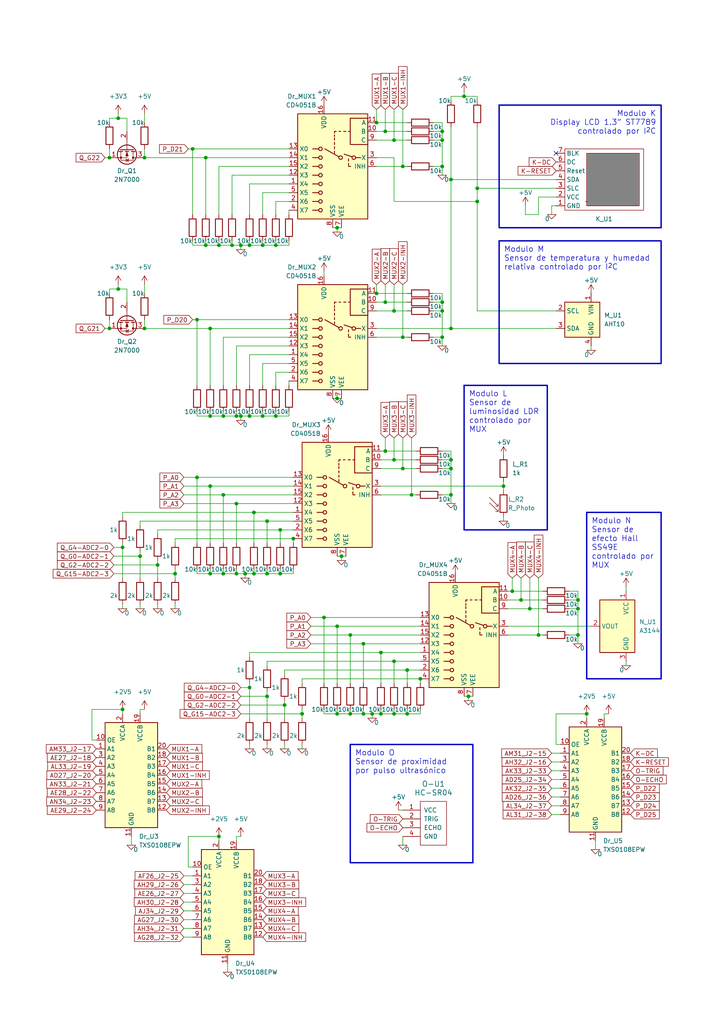
<source format=kicad_sch>
(kicad_sch (version 20230121) (generator eeschema)
  (paper "A4" portrait)
  (title_block (title "Maqueta de Laboratorio Remoto") (rev "2") (company "IIMAS UNAM") (comment 1 "Victor Manuel Lomas Barrie") (comment 2 "Abner Maya Vergara") (comment 3 "Autores:") (comment 4 "Circuito referido al diagrama de maqueta 2.0"))
  (junction (at 60.96 166.37))
  (junction (at 128.27 48.26))
  (junction (at 148.59 171.45))
  (junction (at 109.22 35.56))
  (junction (at 73.66 166.37))
  (junction (at 93.98 179.07))
  (junction (at 63.5 71.12))
  (junction (at 77.47 166.37))
  (junction (at 121.92 196.85))
  (junction (at 99.06 161.29))
  (junction (at 60.96 120.65))
  (junction (at 71.12 166.37))
  (junction (at 55.88 43.18))
  (junction (at 41.91 95.25))
  (junction (at 116.84 97.79))
  (junction (at 81.28 153.67))
  (junction (at 76.2 120.65))
  (junction (at 77.47 201.93))
  (junction (at 130.81 135.89))
  (junction (at 81.28 166.37))
  (junction (at 111.76 87.63))
  (junction (at 72.39 71.12))
  (junction (at 57.15 92.71))
  (junction (at 64.77 120.65))
  (junction (at 67.31 71.12))
  (junction (at 34.29 34.29))
  (junction (at 153.67 176.53))
  (junction (at 116.84 135.89))
  (junction (at 60.96 140.97))
  (junction (at 116.84 48.26))
  (junction (at 167.64 173.99))
  (junction (at 114.3 90.17))
  (junction (at 119.38 143.51))
  (junction (at 134.62 27.94))
  (junction (at 101.6 184.15))
  (junction (at 80.01 71.12))
  (junction (at 50.8 166.37))
  (junction (at 128.27 97.79))
  (junction (at 167.64 184.15))
  (junction (at 31.75 95.25))
  (junction (at 128.27 90.17))
  (junction (at 114.3 207.01))
  (junction (at 114.3 40.64))
  (junction (at 41.91 45.72))
  (junction (at 135.89 201.93))
  (junction (at 109.22 85.09))
  (junction (at 156.21 184.15))
  (junction (at 34.29 83.82))
  (junction (at 97.79 115.57))
  (junction (at 63.5 242.57))
  (junction (at 118.11 194.31))
  (junction (at 118.11 207.01))
  (junction (at 97.79 181.61))
  (junction (at 110.49 207.01))
  (junction (at 114.3 133.35))
  (junction (at 45.72 163.83))
  (junction (at 76.2 71.12))
  (junction (at 85.09 156.21))
  (junction (at 97.79 66.04))
  (junction (at 60.96 95.25))
  (junction (at 80.01 120.65))
  (junction (at 105.41 186.69))
  (junction (at 82.55 204.47))
  (junction (at 151.13 173.99))
  (junction (at 146.05 140.97))
  (junction (at 130.81 143.51))
  (junction (at 68.58 146.05))
  (junction (at 97.79 207.01))
  (junction (at 35.56 205.74))
  (junction (at 87.63 207.01))
  (junction (at 138.43 58.42))
  (junction (at 111.76 130.81))
  (junction (at 64.77 166.37))
  (junction (at 101.6 207.01))
  (junction (at 107.95 207.01))
  (junction (at 57.15 138.43))
  (junction (at 138.43 54.61))
  (junction (at 128.27 38.1))
  (junction (at 72.39 120.65))
  (junction (at 128.27 87.63))
  (junction (at 77.47 151.13))
  (junction (at 59.69 45.72))
  (junction (at 59.69 71.12))
  (junction (at 40.64 161.29))
  (junction (at 105.41 207.01))
  (junction (at 64.77 143.51))
  (junction (at 167.64 176.53))
  (junction (at 114.3 191.77))
  (junction (at 68.58 166.37))
  (junction (at 130.81 95.25))
  (junction (at 111.76 38.1))
  (junction (at 73.66 148.59))
  (junction (at 72.39 199.39))
  (junction (at 68.58 120.65))
  (junction (at 69.85 71.12))
  (junction (at 130.81 52.07))
  (junction (at 170.18 207.01))
  (junction (at 110.49 189.23))
  (junction (at 130.81 133.35))
  (junction (at 69.85 120.65))
  (junction (at 128.27 40.64))
  (junction (at 31.75 45.72))
  (junction (at 35.56 158.75))
  (no_connect (at 161.29 44.45))
  (wire (pts (xy 110.49 133.35) (xy 114.3 133.35)))
  (wire (pts (xy 105.41 207.01) (xy 107.95 207.01)))
  (wire (pts (xy 160.02 233.68) (xy 162.56 233.68)))
  (wire (pts (xy 116.84 31.75) (xy 116.84 48.26)))
  (wire (pts (xy 41.91 82.55) (xy 41.91 85.09)))
  (wire (pts (xy 72.39 102.87) (xy 72.39 111.76)))
  (wire (pts (xy 97.79 161.29) (xy 99.06 161.29)))
  (wire (pts (xy 121.92 194.31) (xy 118.11 194.31)))
  (wire (pts (xy 76.2 120.65) (xy 80.01 120.65)))
  (wire (pts (xy 81.28 166.37) (xy 85.09 166.37)))
  (wire (pts (xy 69.85 120.65) (xy 72.39 120.65)))
  (wire (pts (xy 114.3 58.42) (xy 138.43 58.42)))
  (wire (pts (xy 138.43 27.94) (xy 138.43 29.21)))
  (wire (pts (xy 63.5 48.26) (xy 83.82 48.26)))
  (wire (pts (xy 45.72 163.83) (xy 45.72 162.56)))
  (wire (pts (xy 97.79 66.04) (xy 97.79 67.31)))
  (wire (pts (xy 41.91 92.71) (xy 41.91 95.25)))
  (wire (pts (xy 31.75 85.09) (xy 31.75 83.82)))
  (wire (pts (xy 83.82 102.87) (xy 72.39 102.87)))
  (wire (pts (xy 147.32 176.53) (xy 153.67 176.53)))
  (wire (pts (xy 114.3 90.17) (xy 118.11 90.17)))
  (wire (pts (xy 33.02 163.83) (xy 45.72 163.83)))
  (wire (pts (xy 83.82 62.23) (xy 83.82 60.96)))
  (wire (pts (xy 128.27 90.17) (xy 128.27 87.63)))
  (wire (pts (xy 67.31 50.8) (xy 67.31 62.23)))
  (wire (pts (xy 53.34 256.54) (xy 55.88 256.54)))
  (wire (pts (xy 167.64 184.15) (xy 167.64 176.53)))
  (wire (pts (xy 30.48 95.25) (xy 31.75 95.25)))
  (wire (pts (xy 45.72 167.64) (xy 45.72 163.83)))
  (wire (pts (xy 31.75 35.56) (xy 31.75 34.29)))
  (wire (pts (xy 64.77 120.65) (xy 68.58 120.65)))
  (wire (pts (xy 128.27 97.79) (xy 128.27 100.33)))
  (wire (pts (xy 31.75 34.29) (xy 34.29 34.29)))
  (wire (pts (xy 40.64 161.29) (xy 40.64 160.02)))
  (wire (pts (xy 68.58 146.05) (xy 68.58 157.48)))
  (wire (pts (xy 107.95 207.01) (xy 107.95 208.28)))
  (wire (pts (xy 27.94 214.63) (xy 26.67 214.63)))
  (wire (pts (xy 111.76 130.81) (xy 120.65 130.81)))
  (wire (pts (xy 54.61 43.18) (xy 55.88 43.18)))
  (wire (pts (xy 53.34 264.16) (xy 55.88 264.16)))
  (wire (pts (xy 72.39 119.38) (xy 72.39 120.65)))
  (wire (pts (xy 72.39 208.28) (xy 72.39 199.39)))
  (wire (pts (xy 40.64 175.26) (xy 40.64 176.53)))
  (wire (pts (xy 114.3 205.74) (xy 114.3 207.01)))
  (wire (pts (xy 156.21 62.23) (xy 156.21 57.15)))
  (wire (pts (xy 83.82 105.41) (xy 76.2 105.41)))
  (wire (pts (xy 72.39 71.12) (xy 76.2 71.12)))
  (wire (pts (xy 40.64 151.13) (xy 40.64 152.4)))
  (wire (pts (xy 105.41 186.69) (xy 105.41 198.12)))
  (wire (pts (xy 167.64 176.53) (xy 167.64 173.99)))
  (wire (pts (xy 69.85 71.12) (xy 72.39 71.12)))
  (wire (pts (xy 101.6 207.01) (xy 105.41 207.01)))
  (wire (pts (xy 125.73 97.79) (xy 128.27 97.79)))
  (wire (pts (xy 111.76 127) (xy 111.76 130.81)))
  (wire (pts (xy 181.61 191.77) (xy 181.61 193.04)))
  (wire (pts (xy 57.15 166.37) (xy 60.96 166.37)))
  (wire (pts (xy 138.43 36.83) (xy 138.43 54.61)))
  (wire (pts (xy 114.3 82.55) (xy 114.3 90.17)))
  (wire (pts (xy 110.49 140.97) (xy 146.05 140.97)))
  (wire (pts (xy 128.27 48.26) (xy 128.27 40.64)))
  (wire (pts (xy 60.96 119.38) (xy 60.96 120.65)))
  (wire (pts (xy 76.2 69.85) (xy 76.2 71.12)))
  (wire (pts (xy 30.48 45.72) (xy 31.75 45.72)))
  (wire (pts (xy 111.76 87.63) (xy 118.11 87.63)))
  (wire (pts (xy 96.52 66.04) (xy 97.79 66.04)))
  (wire (pts (xy 71.12 166.37) (xy 73.66 166.37)))
  (wire (pts (xy 69.85 201.93) (xy 77.47 201.93)))
  (wire (pts (xy 105.41 205.74) (xy 105.41 207.01)))
  (wire (pts (xy 114.3 207.01) (xy 118.11 207.01)))
  (wire (pts (xy 83.82 58.42) (xy 80.01 58.42)))
  (wire (pts (xy 80.01 71.12) (xy 83.82 71.12)))
  (wire (pts (xy 35.56 205.74) (xy 35.56 207.01)))
  (wire (pts (xy 60.96 120.65) (xy 64.77 120.65)))
  (wire (pts (xy 135.89 201.93) (xy 137.16 201.93)))
  (wire (pts (xy 160.02 218.44) (xy 162.56 218.44)))
  (wire (pts (xy 50.8 176.53) (xy 50.8 175.26)))
  (wire (pts (xy 60.96 166.37) (xy 64.77 166.37)))
  (wire (pts (xy 60.96 95.25) (xy 83.82 95.25)))
  (wire (pts (xy 151.13 173.99) (xy 157.48 173.99)))
  (wire (pts (xy 97.79 205.74) (xy 97.79 207.01)))
  (wire (pts (xy 80.01 69.85) (xy 80.01 71.12)))
  (wire (pts (xy 57.15 119.38) (xy 57.15 120.65)))
  (wire (pts (xy 151.13 167.64) (xy 151.13 173.99)))
  (wire (pts (xy 171.45 100.33) (xy 171.45 101.6)))
  (wire (pts (xy 64.77 143.51) (xy 85.09 143.51)))
  (wire (pts (xy 147.32 171.45) (xy 148.59 171.45)))
  (wire (pts (xy 76.2 105.41) (xy 76.2 111.76)))
  (wire (pts (xy 99.06 161.29) (xy 99.06 162.56)))
  (wire (pts (xy 73.66 166.37) (xy 77.47 166.37)))
  (wire (pts (xy 109.22 97.79) (xy 116.84 97.79)))
  (wire (pts (xy 116.84 135.89) (xy 120.65 135.89)))
  (wire (pts (xy 134.62 26.67) (xy 134.62 27.94)))
  (wire (pts (xy 60.96 165.1) (xy 60.96 166.37)))
  (wire (pts (xy 119.38 127) (xy 119.38 143.51)))
  (wire (pts (xy 130.81 52.07) (xy 130.81 95.25)))
  (wire (pts (xy 109.22 82.55) (xy 109.22 85.09)))
  (wire (pts (xy 85.09 151.13) (xy 77.47 151.13)))
  (wire (pts (xy 130.81 27.94) (xy 134.62 27.94)))
  (wire (pts (xy 125.73 48.26) (xy 128.27 48.26)))
  (wire (pts (xy 107.95 207.01) (xy 110.49 207.01)))
  (wire (pts (xy 83.82 69.85) (xy 83.82 71.12)))
  (wire (pts (xy 31.75 92.71) (xy 31.75 95.25)))
  (wire (pts (xy 110.49 143.51) (xy 119.38 143.51)))
  (wire (pts (xy 146.05 149.86) (xy 146.05 151.13)))
  (wire (pts (xy 111.76 38.1) (xy 118.11 38.1)))
  (wire (pts (xy 60.96 140.97) (xy 60.96 157.48)))
  (wire (pts (xy 152.4 59.69) (xy 152.4 62.23)))
  (wire (pts (xy 57.15 165.1) (xy 57.15 166.37)))
  (wire (pts (xy 38.1 242.57) (xy 38.1 245.11)))
  (wire (pts (xy 130.81 143.51) (xy 130.81 135.89)))
  (wire (pts (xy 110.49 207.01) (xy 114.3 207.01)))
  (wire (pts (xy 130.81 95.25) (xy 161.29 95.25)))
  (wire (pts (xy 172.72 243.84) (xy 172.72 246.38)))
  (wire (pts (xy 77.47 165.1) (xy 77.47 166.37)))
  (wire (pts (xy 97.79 66.04) (xy 99.06 66.04)))
  (wire (pts (xy 53.34 269.24) (xy 55.88 269.24)))
  (wire (pts (xy 57.15 138.43) (xy 85.09 138.43)))
  (wire (pts (xy 153.67 167.64) (xy 153.67 176.53)))
  (wire (pts (xy 35.56 158.75) (xy 35.56 157.48)))
  (wire (pts (xy 59.69 69.85) (xy 59.69 71.12)))
  (wire (pts (xy 40.64 167.64) (xy 40.64 161.29)))
  (wire (pts (xy 81.28 165.1) (xy 81.28 166.37)))
  (wire (pts (xy 130.81 29.21) (xy 130.81 27.94)))
  (wire (pts (xy 82.55 204.47) (xy 82.55 203.2)))
  (wire (pts (xy 76.2 71.12) (xy 80.01 71.12)))
  (wire (pts (xy 55.88 43.18) (xy 83.82 43.18)))
  (wire (pts (xy 54.61 242.57) (xy 63.5 242.57)))
  (wire (pts (xy 118.11 205.74) (xy 118.11 207.01)))
  (wire (pts (xy 68.58 120.65) (xy 69.85 120.65)))
  (wire (pts (xy 160.02 226.06) (xy 162.56 226.06)))
  (wire (pts (xy 55.88 69.85) (xy 55.88 71.12)))
  (wire (pts (xy 77.47 208.28) (xy 77.47 201.93)))
  (wire (pts (xy 35.56 148.59) (xy 35.56 149.86)))
  (wire (pts (xy 35.56 167.64) (xy 35.56 158.75)))
  (wire (pts (xy 116.84 82.55) (xy 116.84 97.79)))
  (wire (pts (xy 161.29 207.01) (xy 170.18 207.01)))
  (wire (pts (xy 63.5 71.12) (xy 67.31 71.12)))
  (wire (pts (xy 125.73 85.09) (xy 128.27 85.09)))
  (wire (pts (xy 125.73 87.63) (xy 128.27 87.63)))
  (wire (pts (xy 77.47 191.77) (xy 114.3 191.77)))
  (wire (pts (xy 83.82 100.33) (xy 68.58 100.33)))
  (wire (pts (xy 40.64 205.74) (xy 41.91 205.74)))
  (wire (pts (xy 64.77 111.76) (xy 64.77 97.79)))
  (wire (pts (xy 165.1 176.53) (xy 167.64 176.53)))
  (wire (pts (xy 60.96 95.25) (xy 60.96 111.76)))
  (wire (pts (xy 57.15 120.65) (xy 60.96 120.65)))
  (wire (pts (xy 109.22 95.25) (xy 130.81 95.25)))
  (wire (pts (xy 160.02 220.98) (xy 162.56 220.98)))
  (wire (pts (xy 128.27 135.89) (xy 130.81 135.89)))
  (wire (pts (xy 116.84 242.57) (xy 116.84 245.11)))
  (wire (pts (xy 68.58 100.33) (xy 68.58 111.76)))
  (wire (pts (xy 34.29 82.55) (xy 34.29 83.82)))
  (wire (pts (xy 33.02 161.29) (xy 40.64 161.29)))
  (wire (pts (xy 175.26 207.01) (xy 176.53 207.01)))
  (wire (pts (xy 73.66 165.1) (xy 73.66 166.37)))
  (wire (pts (xy 72.39 189.23) (xy 110.49 189.23)))
  (wire (pts (xy 93.98 205.74) (xy 93.98 207.01)))
  (wire (pts (xy 97.79 181.61) (xy 97.79 198.12)))
  (wire (pts (xy 72.39 189.23) (xy 72.39 190.5)))
  (wire (pts (xy 125.73 90.17) (xy 128.27 90.17)))
  (wire (pts (xy 68.58 165.1) (xy 68.58 166.37)))
  (wire (pts (xy 69.85 199.39) (xy 72.39 199.39)))
  (wire (pts (xy 41.91 33.02) (xy 41.91 35.56)))
  (wire (pts (xy 121.92 189.23) (xy 110.49 189.23)))
  (wire (pts (xy 114.3 127) (xy 114.3 133.35)))
  (wire (pts (xy 160.02 59.69) (xy 160.02 62.23)))
  (wire (pts (xy 128.27 38.1) (xy 128.27 35.56)))
  (wire (pts (xy 59.69 71.12) (xy 63.5 71.12)))
  (wire (pts (xy 165.1 173.99) (xy 167.64 173.99)))
  (wire (pts (xy 45.72 153.67) (xy 45.72 154.94)))
  (wire (pts (xy 53.34 271.78) (xy 55.88 271.78)))
  (wire (pts (xy 116.84 234.95) (xy 115.57 234.95)))
  (wire (pts (xy 73.66 148.59) (xy 73.66 157.48)))
  (wire (pts (xy 147.32 184.15) (xy 156.21 184.15)))
  (wire (pts (xy 128.27 130.81) (xy 130.81 130.81)))
  (wire (pts (xy 83.82 55.88) (xy 76.2 55.88)))
  (wire (pts (xy 35.56 175.26) (xy 35.56 176.53)))
  (wire (pts (xy 40.64 205.74) (xy 40.64 207.01)))
  (wire (pts (xy 33.02 158.75) (xy 35.56 158.75)))
  (wire (pts (xy 87.63 217.17) (xy 87.63 215.9)))
  (wire (pts (xy 55.88 43.18) (xy 55.88 62.23)))
  (wire (pts (xy 64.77 165.1) (xy 64.77 166.37)))
  (wire (pts (xy 96.52 115.57) (xy 97.79 115.57)))
  (wire (pts (xy 31.75 83.82) (xy 34.29 83.82)))
  (wire (pts (xy 68.58 242.57) (xy 69.85 242.57)))
  (wire (pts (xy 138.43 54.61) (xy 138.43 58.42)))
  (wire (pts (xy 63.5 62.23) (xy 63.5 48.26)))
  (wire (pts (xy 156.21 57.15) (xy 161.29 57.15)))
  (wire (pts (xy 162.56 215.9) (xy 161.29 215.9)))
  (wire (pts (xy 82.55 194.31) (xy 118.11 194.31)))
  (wire (pts (xy 116.84 48.26) (xy 118.11 48.26)))
  (wire (pts (xy 114.3 191.77) (xy 114.3 198.12)))
  (wire (pts (xy 161.29 59.69) (xy 160.02 59.69)))
  (wire (pts (xy 109.22 31.75) (xy 109.22 35.56)))
  (wire (pts (xy 50.8 167.64) (xy 50.8 166.37)))
  (wire (pts (xy 53.34 266.7) (xy 55.88 266.7)))
  (wire (pts (xy 175.26 207.01) (xy 175.26 208.28)))
  (wire (pts (xy 83.82 107.95) (xy 80.01 107.95)))
  (wire (pts (xy 93.98 179.07) (xy 93.98 198.12)))
  (wire (pts (xy 125.73 38.1) (xy 128.27 38.1)))
  (wire (pts (xy 36.83 34.29) (xy 36.83 38.1)))
  (wire (pts (xy 83.82 111.76) (xy 83.82 110.49)))
  (wire (pts (xy 54.61 251.46) (xy 54.61 242.57)))
  (wire (pts (xy 68.58 119.38) (xy 68.58 120.65)))
  (wire (pts (xy 147.32 173.99) (xy 151.13 173.99)))
  (wire (pts (xy 109.22 35.56) (xy 118.11 35.56)))
  (wire (pts (xy 69.85 204.47) (xy 82.55 204.47)))
  (wire (pts (xy 64.77 166.37) (xy 68.58 166.37)))
  (wire (pts (xy 128.27 143.51) (xy 130.81 143.51)))
  (wire (pts (xy 72.39 120.65) (xy 76.2 120.65)))
  (wire (pts (xy 77.47 151.13) (xy 77.47 157.48)))
  (wire (pts (xy 87.63 196.85) (xy 121.92 196.85)))
  (wire (pts (xy 110.49 130.81) (xy 111.76 130.81)))
  (wire (pts (xy 152.4 62.23) (xy 156.21 62.23)))
  (wire (pts (xy 83.82 119.38) (xy 83.82 120.65)))
  (wire (pts (xy 110.49 189.23) (xy 110.49 198.12)))
  (wire (pts (xy 85.09 148.59) (xy 73.66 148.59)))
  (wire (pts (xy 72.39 215.9) (xy 72.39 217.17)))
  (wire (pts (xy 130.81 52.07) (xy 161.29 52.07)))
  (wire (pts (xy 93.98 207.01) (xy 97.79 207.01)))
  (wire (pts (xy 130.81 135.89) (xy 130.81 133.35)))
  (wire (pts (xy 83.82 92.71) (xy 57.15 92.71)))
  (wire (pts (xy 125.73 40.64) (xy 128.27 40.64)))
  (wire (pts (xy 109.22 48.26) (xy 116.84 48.26)))
  (wire (pts (xy 77.47 201.93) (xy 77.47 200.66)))
  (wire (pts (xy 34.29 83.82) (xy 36.83 83.82)))
  (wire (pts (xy 90.17 181.61) (xy 97.79 181.61)))
  (wire (pts (xy 121.92 191.77) (xy 114.3 191.77)))
  (wire (pts (xy 85.09 153.67) (xy 81.28 153.67)))
  (wire (pts (xy 138.43 54.61) (xy 161.29 54.61)))
  (wire (pts (xy 109.22 85.09) (xy 118.11 85.09)))
  (wire (pts (xy 101.6 198.12) (xy 101.6 184.15)))
  (wire (pts (xy 81.28 153.67) (xy 81.28 157.48)))
  (wire (pts (xy 68.58 166.37) (xy 71.12 166.37)))
  (wire (pts (xy 41.91 43.18) (xy 41.91 45.72)))
  (wire (pts (xy 55.88 251.46) (xy 54.61 251.46)))
  (wire (pts (xy 90.17 186.69) (xy 105.41 186.69)))
  (wire (pts (xy 55.88 92.71) (xy 57.15 92.71)))
  (wire (pts (xy 45.72 153.67) (xy 81.28 153.67)))
  (wire (pts (xy 80.01 119.38) (xy 80.01 120.65)))
  (wire (pts (xy 87.63 196.85) (xy 87.63 198.12)))
  (wire (pts (xy 160.02 228.6) (xy 162.56 228.6)))
  (wire (pts (xy 53.34 143.51) (xy 64.77 143.51)))
  (wire (pts (xy 77.47 166.37) (xy 81.28 166.37)))
  (wire (pts (xy 167.64 173.99) (xy 167.64 171.45)))
  (wire (pts (xy 87.63 208.28) (xy 87.63 207.01)))
  (wire (pts (xy 146.05 139.7) (xy 146.05 140.97)))
  (wire (pts (xy 128.27 133.35) (xy 130.81 133.35)))
  (wire (pts (xy 26.67 205.74) (xy 35.56 205.74)))
  (wire (pts (xy 76.2 55.88) (xy 76.2 62.23)))
  (wire (pts (xy 114.3 45.72) (xy 114.3 58.42)))
  (wire (pts (xy 53.34 140.97) (xy 60.96 140.97)))
  (wire (pts (xy 80.01 107.95) (xy 80.01 111.76)))
  (wire (pts (xy 69.85 120.65) (xy 69.85 121.92)))
  (wire (pts (xy 105.41 186.69) (xy 121.92 186.69)))
  (wire (pts (xy 50.8 156.21) (xy 50.8 157.48)))
  (wire (pts (xy 156.21 184.15) (xy 157.48 184.15)))
  (wire (pts (xy 111.76 82.55) (xy 111.76 87.63)))
  (wire (pts (xy 53.34 261.62) (xy 55.88 261.62)))
  (wire (pts (xy 41.91 45.72) (xy 59.69 45.72)))
  (wire (pts (xy 121.92 205.74) (xy 121.92 207.01)))
  (wire (pts (xy 116.84 127) (xy 116.84 135.89)))
  (wire (pts (xy 69.85 207.01) (xy 87.63 207.01)))
  (wire (pts (xy 110.49 135.89) (xy 116.84 135.89)))
  (wire (pts (xy 128.27 48.26) (xy 128.27 50.8)))
  (wire (pts (xy 53.34 259.08) (xy 55.88 259.08)))
  (wire (pts (xy 134.62 201.93) (xy 135.89 201.93)))
  (wire (pts (xy 72.39 69.85) (xy 72.39 71.12)))
  (wire (pts (xy 90.17 179.07) (xy 93.98 179.07)))
  (wire (pts (xy 109.22 87.63) (xy 111.76 87.63)))
  (wire (pts (xy 97.79 115.57) (xy 97.79 114.3)))
  (wire (pts (xy 40.64 151.13) (xy 77.47 151.13)))
  (wire (pts (xy 97.79 181.61) (xy 121.92 181.61)))
  (wire (pts (xy 53.34 146.05) (xy 68.58 146.05)))
  (wire (pts (xy 64.77 119.38) (xy 64.77 120.65)))
  (wire (pts (xy 82.55 215.9) (xy 82.55 217.17)))
  (wire (pts (xy 170.18 207.01) (xy 170.18 208.28)))
  (wire (pts (xy 64.77 97.79) (xy 83.82 97.79)))
  (wire (pts (xy 109.22 38.1) (xy 111.76 38.1)))
  (wire (pts (xy 167.64 184.15) (xy 167.64 186.69)))
  (wire (pts (xy 109.22 90.17) (xy 114.3 90.17)))
  (wire (pts (xy 34.29 34.29) (xy 36.83 34.29)))
  (wire (pts (xy 101.6 184.15) (xy 121.92 184.15)))
  (wire (pts (xy 67.31 69.85) (xy 67.31 71.12)))
  (wire (pts (xy 71.12 166.37) (xy 71.12 167.64)))
  (wire (pts (xy 128.27 87.63) (xy 128.27 85.09)))
  (wire (pts (xy 161.29 215.9) (xy 161.29 207.01)))
  (wire (pts (xy 147.32 181.61) (xy 171.45 181.61)))
  (wire (pts (xy 121.92 198.12) (xy 121.92 196.85)))
  (wire (pts (xy 80.01 120.65) (xy 83.82 120.65)))
  (wire (pts (xy 135.89 201.93) (xy 135.89 203.2)))
  (wire (pts (xy 116.84 97.79) (xy 118.11 97.79)))
  (wire (pts (xy 82.55 208.28) (xy 82.55 204.47)))
  (wire (pts (xy 55.88 71.12) (xy 59.69 71.12)))
  (wire (pts (xy 109.22 40.64) (xy 114.3 40.64)))
  (wire (pts (xy 114.3 133.35) (xy 120.65 133.35)))
  (wire (pts (xy 82.55 194.31) (xy 82.55 195.58)))
  (wire (pts (xy 87.63 207.01) (xy 87.63 205.74)))
  (wire (pts (xy 153.67 176.53) (xy 157.48 176.53)))
  (wire (pts (xy 160.02 231.14) (xy 162.56 231.14)))
  (wire (pts (xy 128.27 97.79) (xy 128.27 90.17)))
  (wire (pts (xy 93.98 179.07) (xy 121.92 179.07)))
  (wire (pts (xy 60.96 140.97) (xy 85.09 140.97)))
  (wire (pts (xy 67.31 71.12) (xy 69.85 71.12)))
  (wire (pts (xy 63.5 242.57) (xy 63.5 243.84)))
  (wire (pts (xy 50.8 166.37) (xy 50.8 165.1)))
  (wire (pts (xy 130.81 36.83) (xy 130.81 52.07)))
  (wire (pts (xy 109.22 45.72) (xy 114.3 45.72)))
  (wire (pts (xy 97.79 207.01) (xy 101.6 207.01)))
  (wire (pts (xy 76.2 119.38) (xy 76.2 120.65)))
  (wire (pts (xy 45.72 175.26) (xy 45.72 176.53)))
  (wire (pts (xy 33.02 166.37) (xy 50.8 166.37)))
  (wire (pts (xy 59.69 45.72) (xy 59.69 62.23)))
  (wire (pts (xy 128.27 40.64) (xy 128.27 38.1)))
  (wire (pts (xy 165.1 184.15) (xy 167.64 184.15)))
  (wire (pts (xy 64.77 157.48) (xy 64.77 143.51)))
  (wire (pts (xy 72.39 53.34) (xy 72.39 62.23)))
  (wire (pts (xy 63.5 69.85) (xy 63.5 71.12)))
  (wire (pts (xy 146.05 140.97) (xy 146.05 142.24)))
  (wire (pts (xy 34.29 33.02) (xy 34.29 34.29)))
  (wire (pts (xy 130.81 133.35) (xy 130.81 130.81)))
  (wire (pts (xy 53.34 254) (xy 55.88 254)))
  (wire (pts (xy 160.02 223.52) (xy 162.56 223.52)))
  (wire (pts (xy 59.69 45.72) (xy 83.82 45.72)))
  (wire (pts (xy 134.62 27.94) (xy 138.43 27.94)))
  (wire (pts (xy 148.59 171.45) (xy 157.48 171.45)))
  (wire (pts (xy 93.98 80.01) (xy 93.98 78.74)))
  (wire (pts (xy 83.82 50.8) (xy 67.31 50.8)))
  (wire (pts (xy 114.3 31.75) (xy 114.3 40.64)))
  (wire (pts (xy 31.75 43.18) (xy 31.75 45.72)))
  (wire (pts (xy 72.39 199.39) (xy 72.39 198.12)))
  (wire (pts (xy 110.49 205.74) (xy 110.49 207.01)))
  (wire (pts (xy 138.43 58.42) (xy 138.43 90.17)))
  (wire (pts (xy 148.59 167.64) (xy 148.59 171.45)))
  (wire (pts (xy 77.47 215.9) (xy 77.47 217.17)))
  (wire (pts (xy 97.79 115.57) (xy 99.06 115.57)))
  (wire (pts (xy 156.21 167.64) (xy 156.21 184.15)))
  (wire (pts (xy 114.3 40.64) (xy 118.11 40.64)))
  (wire (pts (xy 119.38 143.51) (xy 120.65 143.51)))
  (wire (pts (xy 69.85 71.12) (xy 69.85 72.39)))
  (wire (pts (xy 68.58 242.57) (xy 68.58 243.84)))
  (wire (pts (xy 50.8 156.21) (xy 85.09 156.21)))
  (wire (pts (xy 101.6 205.74) (xy 101.6 207.01)))
  (wire (pts (xy 125.73 35.56) (xy 128.27 35.56)))
  (wire (pts (xy 66.04 279.4) (xy 66.04 281.94)))
  (wire (pts (xy 57.15 138.43) (xy 57.15 157.48)))
  (wire (pts (xy 90.17 184.15) (xy 101.6 184.15)))
  (wire (pts (xy 118.11 194.31) (xy 118.11 198.12)))
  (wire (pts (xy 85.09 165.1) (xy 85.09 166.37)))
  (wire (pts (xy 41.91 95.25) (xy 60.96 95.25)))
  (wire (pts (xy 85.09 157.48) (xy 85.09 156.21)))
  (wire (pts (xy 36.83 83.82) (xy 36.83 87.63)))
  (wire (pts (xy 138.43 90.17) (xy 161.29 90.17)))
  (wire (pts (xy 83.82 53.34) (xy 72.39 53.34)))
  (wire (pts (xy 165.1 171.45) (xy 167.64 171.45)))
  (wire (pts (xy 80.01 58.42) (xy 80.01 62.23)))
  (wire (pts (xy 181.61 170.18) (xy 181.61 171.45)))
  (wire (pts (xy 118.11 207.01) (xy 121.92 207.01)))
  (wire (pts (xy 130.81 143.51) (xy 130.81 146.05)))
  (wire (pts (xy 26.67 214.63) (xy 26.67 205.74)))
  (wire (pts (xy 53.34 138.43) (xy 57.15 138.43)))
  (wire (pts (xy 57.15 92.71) (xy 57.15 111.76)))
  (wire (pts (xy 77.47 191.77) (xy 77.47 193.04)))
  (wire (pts (xy 99.06 161.29) (xy 100.33 161.29)))
  (wire (pts (xy 35.56 148.59) (xy 73.66 148.59)))
  (wire (pts (xy 111.76 31.75) (xy 111.76 38.1)))
  (wire (pts (xy 160.02 236.22) (xy 162.56 236.22)))
  (wire (pts (xy 68.58 146.05) (xy 85.09 146.05)))
  (text_box "Modulo L\nSensor de luminosidad LDR\ncontrolado por MUX" (at 134.62 111.76 0) (size 24.13 41.91) (stroke (width 0.4)) (effects (font (size 1.6 1.6)) (justify left top)))
  (text_box "Modulo M\nSensor de temperatura y humedad \nrelativa controlado por I^{2}C\n" (at 144.78 69.85 0) (size 46.99 35.56) (stroke (width 0.4)) (effects (font (size 1.6 1.6)) (justify left top)))
  (text_box "Modulo O\nSensor de proximidad \npor pulso ultrasónico\n" (at 101.6 215.9 0) (size 35.56 34.29) (stroke (width 0.4)) (effects (font (size 1.6 1.6)) (justify left top)))
  (text_box "Modulo N\nSensor de efecto Hall SS49E\ncontrolado por MUX" (at 170.18 148.59 0) (size 21.59 48.26) (stroke (width 0.4)) (effects (font (size 1.6 1.6)) (justify left top)))
  (text_box "Modulo K\nDisplay LCD 1.3″ ST7789 \ncontrolado por I^{2}C" (at 144.78 30.48 0) (size 46.99 35.56) (stroke (width 0.4)) (effects (font (size 1.6 1.6)) (justify right top)))
  (global_label "MUX2-INH" (shape input) (at 48.26 234.95 0) (property "Intersheetrefs" "${INTERSHEET_REFS}" (effects hide)))
  (global_label "MUX2-B" (shape input) (at 48.26 229.87 0) (property "Intersheetrefs" "${INTERSHEET_REFS}" (effects hide)))
  (global_label "P_A1" (shape input) (at 90.17 181.61 180) (property "Intersheetrefs" "${INTERSHEET_REFS}" (effects hide)))
  (global_label "AD26_J2-36" (shape input) (at 160.02 231.14 180) (property "Intersheetrefs" "${INTERSHEET_REFS}" (effects hide)))
  (global_label "P_A1" (shape input) (at 53.34 140.97 180) (property "Intersheetrefs" "${INTERSHEET_REFS}" (effects hide)))
  (global_label "MUX1-C" (shape input) (at 114.3 31.75 90) (property "Intersheetrefs" "${INTERSHEET_REFS}" (effects hide)))
  (global_label "O-ECHO" (shape input) (at 182.88 226.06 0) (property "Intersheetrefs" "${INTERSHEET_REFS}" (effects hide)))
  (global_label "AD25_J2-34" (shape input) (at 160.02 226.06 180) (property "Intersheetrefs" "${INTERSHEET_REFS}" (effects hide)))
  (global_label "Q_G2-ADC2-2" (shape input) (at 33.02 163.83 180) (property "Intersheetrefs" "${INTERSHEET_REFS}" (effects hide)))
  (global_label "O-TRIG" (shape input) (at 182.88 223.52 0) (property "Intersheetrefs" "${INTERSHEET_REFS}" (effects hide)))
  (global_label "AF26_J2-25" (shape input) (at 53.34 254 180) (property "Intersheetrefs" "${INTERSHEET_REFS}" (effects hide)))
  (global_label "MUX4-A" (shape input) (at 148.59 167.64 90) (property "Intersheetrefs" "${INTERSHEET_REFS}" (effects hide)))
  (global_label "MUX2-C" (shape input) (at 114.3 82.55 90) (property "Intersheetrefs" "${INTERSHEET_REFS}" (effects hide)))
  (global_label "AL33_J2-19" (shape input) (at 27.94 222.25 180) (property "Intersheetrefs" "${INTERSHEET_REFS}" (effects hide)))
  (global_label "Q_G0-ADC2-1" (shape input) (at 69.85 201.93 180) (property "Intersheetrefs" "${INTERSHEET_REFS}" (effects hide)))
  (global_label "MUX2-INH" (shape input) (at 116.84 82.55 90) (property "Intersheetrefs" "${INTERSHEET_REFS}" (effects hide)))
  (global_label "AE27_J2-18" (shape input) (at 27.94 219.71 180) (property "Intersheetrefs" "${INTERSHEET_REFS}" (effects hide)))
  (global_label "MUX1-A" (shape input) (at 109.22 31.75 90) (property "Intersheetrefs" "${INTERSHEET_REFS}" (effects hide)))
  (global_label "MUX1-A" (shape input) (at 48.26 217.17 0) (property "Intersheetrefs" "${INTERSHEET_REFS}" (effects hide)))
  (global_label "MUX2-A" (shape input) (at 48.26 227.33 0) (property "Intersheetrefs" "${INTERSHEET_REFS}" (effects hide)))
  (global_label "P_D20" (shape input) (at 55.88 92.71 180) (property "Intersheetrefs" "${INTERSHEET_REFS}" (effects hide)))
  (global_label "K-DC" (shape input) (at 161.29 46.99 180) (property "Intersheetrefs" "${INTERSHEET_REFS}" (effects hide)))
  (global_label "AH32_J2-16" (shape input) (at 160.02 220.98 180) (property "Intersheetrefs" "${INTERSHEET_REFS}" (effects hide)))
  (global_label "MUX4-C" (shape input) (at 153.67 167.64 90) (property "Intersheetrefs" "${INTERSHEET_REFS}" (effects hide)))
  (global_label "AM31_J2-15" (shape input) (at 160.02 218.44 180) (property "Intersheetrefs" "${INTERSHEET_REFS}" (effects hide)))
  (global_label "MUX3-INH" (shape input) (at 119.38 127 90) (property "Intersheetrefs" "${INTERSHEET_REFS}" (effects hide)))
  (global_label "MUX4-B" (shape input) (at 76.2 266.7 0) (property "Intersheetrefs" "${INTERSHEET_REFS}" (effects hide)))
  (global_label "Q_G15-ADC2-3" (shape input) (at 69.85 207.01 180) (property "Intersheetrefs" "${INTERSHEET_REFS}" (effects hide)))
  (global_label "AL31_J2-38" (shape input) (at 160.02 236.22 180) (property "Intersheetrefs" "${INTERSHEET_REFS}" (effects hide)))
  (global_label "P_A0" (shape input) (at 90.17 179.07 180) (property "Intersheetrefs" "${INTERSHEET_REFS}" (effects hide)))
  (global_label "P_A2" (shape input) (at 53.34 143.51 180) (property "Intersheetrefs" "${INTERSHEET_REFS}" (effects hide)))
  (global_label "MUX4-INH" (shape input) (at 76.2 271.78 0) (property "Intersheetrefs" "${INTERSHEET_REFS}" (effects hide)))
  (global_label "MUX2-A" (shape input) (at 109.22 82.55 90) (property "Intersheetrefs" "${INTERSHEET_REFS}" (effects hide)))
  (global_label "MUX3-C" (shape input) (at 76.2 259.08 0) (property "Intersheetrefs" "${INTERSHEET_REFS}" (effects hide)))
  (global_label "AE28_J2-22" (shape input) (at 27.94 229.87 180) (property "Intersheetrefs" "${INTERSHEET_REFS}" (effects hide)))
  (global_label "P_D21" (shape input) (at 54.61 43.18 180) (property "Intersheetrefs" "${INTERSHEET_REFS}" (effects hide)))
  (global_label "Q_G0-ADC2-1" (shape input) (at 33.02 161.29 180) (property "Intersheetrefs" "${INTERSHEET_REFS}" (effects hide)))
  (global_label "AN33_J2-21" (shape input) (at 27.94 227.33 180) (property "Intersheetrefs" "${INTERSHEET_REFS}" (effects hide)))
  (global_label "MUX4-B" (shape input) (at 151.13 167.64 90) (property "Intersheetrefs" "${INTERSHEET_REFS}" (effects hide)))
  (global_label "K-RESET" (shape input) (at 182.88 220.98 0) (property "Intersheetrefs" "${INTERSHEET_REFS}" (effects hide)))
  (global_label "P_D24" (shape input) (at 182.88 233.68 0) (property "Intersheetrefs" "${INTERSHEET_REFS}" (effects hide)))
  (global_label "MUX1-B" (shape input) (at 111.76 31.75 90) (property "Intersheetrefs" "${INTERSHEET_REFS}" (effects hide)))
  (global_label "AJ34_J2-29" (shape input) (at 53.34 264.16 180) (property "Intersheetrefs" "${INTERSHEET_REFS}" (effects hide)))
  (global_label "MUX4-INH" (shape input) (at 156.21 167.64 90) (property "Intersheetrefs" "${INTERSHEET_REFS}" (effects hide)))
  (global_label "Q_G15-ADC2-3" (shape input) (at 33.02 166.37 180) (property "Intersheetrefs" "${INTERSHEET_REFS}" (effects hide)))
  (global_label "AM33_J2-17" (shape input) (at 27.94 217.17 180) (property "Intersheetrefs" "${INTERSHEET_REFS}" (effects hide)))
  (global_label "AH29_J2-26" (shape input) (at 53.34 256.54 180) (property "Intersheetrefs" "${INTERSHEET_REFS}" (effects hide)))
  (global_label "Q_G4-ADC2-0" (shape input) (at 69.85 199.39 180) (property "Intersheetrefs" "${INTERSHEET_REFS}" (effects hide)))
  (global_label "MUX2-B" (shape input) (at 111.76 82.55 90) (property "Intersheetrefs" "${INTERSHEET_REFS}" (effects hide)))
  (global_label "AG28_J2-32" (shape input) (at 53.34 271.78 180) (property "Intersheetrefs" "${INTERSHEET_REFS}" (effects hide)))
  (global_label "MUX2-C" (shape input) (at 48.26 232.41 0) (property "Intersheetrefs" "${INTERSHEET_REFS}" (effects hide)))
  (global_label "P_D25" (shape input) (at 182.88 236.22 0) (property "Intersheetrefs" "${INTERSHEET_REFS}" (effects hide)))
  (global_label "O-TRIG" (shape input) (at 116.84 237.49 180) (property "Intersheetrefs" "${INTERSHEET_REFS}" (effects hide)))
  (global_label "MUX1-C" (shape input) (at 48.26 222.25 0) (property "Intersheetrefs" "${INTERSHEET_REFS}" (effects hide)))
  (global_label "MUX3-C" (shape input) (at 116.84 127 90) (property "Intersheetrefs" "${INTERSHEET_REFS}" (effects hide)))
  (global_label "MUX1-INH" (shape input) (at 48.26 224.79 0) (property "Intersheetrefs" "${INTERSHEET_REFS}" (effects hide)))
  (global_label "AK32_J2-35" (shape input) (at 160.02 228.6 180) (property "Intersheetrefs" "${INTERSHEET_REFS}" (effects hide)))
  (global_label "MUX1-B" (shape input) (at 48.26 219.71 0) (property "Intersheetrefs" "${INTERSHEET_REFS}" (effects hide)))
  (global_label "K-RESET" (shape input) (at 161.29 49.53 180) (property "Intersheetrefs" "${INTERSHEET_REFS}" (effects hide)))
  (global_label "AH34_J2-31" (shape input) (at 53.34 269.24 180) (property "Intersheetrefs" "${INTERSHEET_REFS}" (effects hide)))
  (global_label "AK33_J2-33" (shape input) (at 160.02 223.52 180) (property "Intersheetrefs" "${INTERSHEET_REFS}" (effects hide)))
  (global_label "MUX1-INH" (shape input) (at 116.84 31.75 90) (property "Intersheetrefs" "${INTERSHEET_REFS}" (effects hide)))
  (global_label "AE26_J2-27" (shape input) (at 53.34 259.08 180) (property "Intersheetrefs" "${INTERSHEET_REFS}" (effects hide)))
  (global_label "Q_G4-ADC2-0" (shape input) (at 33.02 158.75 180) (property "Intersheetrefs" "${INTERSHEET_REFS}" (effects hide)))
  (global_label "MUX4-C" (shape input) (at 76.2 269.24 0) (property "Intersheetrefs" "${INTERSHEET_REFS}" (effects hide)))
  (global_label "AE29_J2-24" (shape input) (at 27.94 234.95 180) (property "Intersheetrefs" "${INTERSHEET_REFS}" (effects hide)))
  (global_label "MUX3-B" (shape input) (at 114.3 127 90) (property "Intersheetrefs" "${INTERSHEET_REFS}" (effects hide)))
  (global_label "O-ECHO" (shape input) (at 116.84 240.03 180) (property "Intersheetrefs" "${INTERSHEET_REFS}" (effects hide)))
  (global_label "AN34_J2-23" (shape input) (at 27.94 232.41 180) (property "Intersheetrefs" "${INTERSHEET_REFS}" (effects hide)))
  (global_label "AH30_J2-28" (shape input) (at 53.34 261.62 180) (property "Intersheetrefs" "${INTERSHEET_REFS}" (effects hide)))
  (global_label "MUX3-A" (shape input) (at 76.2 254 0) (property "Intersheetrefs" "${INTERSHEET_REFS}" (effects hide)))
  (global_label "MUX3-INH" (shape input) (at 76.2 261.62 0) (property "Intersheetrefs" "${INTERSHEET_REFS}" (effects hide)))
  (global_label "AG27_J2-30" (shape input) (at 53.34 266.7 180) (property "Intersheetrefs" "${INTERSHEET_REFS}" (effects hide)))
  (global_label "P_D23" (shape input) (at 182.88 231.14 0) (property "Intersheetrefs" "${INTERSHEET_REFS}" (effects hide)))
  (global_label "Q_G22" (shape input) (at 30.48 45.72 180) (property "Intersheetrefs" "${INTERSHEET_REFS}" (effects hide)))
  (global_label "K-DC" (shape input) (at 182.88 218.44 0) (property "Intersheetrefs" "${INTERSHEET_REFS}" (effects hide)))
  (global_label "Q_G21" (shape input) (at 30.48 95.25 180) (property "Intersheetrefs" "${INTERSHEET_REFS}" (effects hide)))
  (global_label "AD27_J2-20" (shape input) (at 27.94 224.79 180) (property "Intersheetrefs" "${INTERSHEET_REFS}" (effects hide)))
  (global_label "P_D22" (shape input) (at 182.88 228.6 0) (property "Intersheetrefs" "${INTERSHEET_REFS}" (effects hide)))
  (global_label "P_A2" (shape input) (at 90.17 184.15 180) (property "Intersheetrefs" "${INTERSHEET_REFS}" (effects hide)))
  (global_label "AL34_J2-37" (shape input) (at 160.02 233.68 180) (property "Intersheetrefs" "${INTERSHEET_REFS}" (effects hide)))
  (global_label "MUX3-B" (shape input) (at 76.2 256.54 0) (property "Intersheetrefs" "${INTERSHEET_REFS}" (effects hide)))
  (global_label "Q_G2-ADC2-2" (shape input) (at 69.85 204.47 180) (property "Intersheetrefs" "${INTERSHEET_REFS}" (effects hide)))
  (global_label "P_A3" (shape input) (at 90.17 186.69 180) (property "Intersheetrefs" "${INTERSHEET_REFS}" (effects hide)))
  (global_label "MUX4-A" (shape input) (at 76.2 264.16 0) (property "Intersheetrefs" "${INTERSHEET_REFS}" (effects hide)))
  (global_label "P_A3" (shape input) (at 53.34 146.05 180) (property "Intersheetrefs" "${INTERSHEET_REFS}" (effects hide)))
  (global_label "P_A0" (shape input) (at 53.34 138.43 180) (property "Intersheetrefs" "${INTERSHEET_REFS}" (effects hide)))
  (global_label "MUX3-A" (shape input) (at 111.76 127 90) (property "Intersheetrefs" "${INTERSHEET_REFS}" (effects hide)))
  (symbol (lib_id "Device:R") (at 83.82 66.04 0) (mirror y) (unit 1)
    (property "Reference" "Dr_Rdu12" (effects hide))
    (property "Value" "10k" (at 83.82 69.85 0) (effects (justify left)))
  )
  (symbol (lib_id "Device:R") (at 72.39 115.57 0) (mirror y) (unit 1)
    (property "Reference" "Dr_Rdu21" (effects hide))
    (property "Value" "10k" (at 72.39 119.38 0) (effects (justify left)))
  )
  (symbol (lib_id "Device:R") (at 31.75 39.37 0) (mirror y) (unit 1)
    (property "Reference" "Dr_Rpu3" (effects hide))
    (property "Value" "10k" (at 31.75 35.56 0) (effects (justify left)))
  )
  (symbol (lib_id "Device:R") (at 121.92 90.17 90) (mirror x) (unit 1)
    (property "Reference" "Dr_Rdu15" (effects hide))
    (property "Value" "10k" (at 128.27 91.44 90) (effects (justify left)))
  )
  (symbol (lib_id "Simulation_SPICE:0") (at 135.89 203.2 0) (unit 1)
    (property "Reference" "#GND085" (effects hide))
    (property "Value" "0" (at 137.16 204.47 0))
  )
  (symbol (lib_id "Analog_Switch:CD4051B") (at 96.52 48.26 0) (mirror y) (unit 1)
    (property "Reference" "Dr_MUX1" (at 91.7859 27.94 0) (effects (justify left)))
    (property "Value" "CD4051B" (at 91.7859 30.48 0) (effects (justify left)))
    (property "Datasheet" "http://www.ti.com/lit/ds/symlink/cd4052b.pdf" (effects hide))
  )
  (symbol (lib_id "Simulation_SPICE:0") (at 171.45 101.6 0) (mirror y) (unit 1)
    (property "Reference" "#GND072" (effects hide))
    (property "Value" "0" (at 170.18 102.87 0))
  )
  (symbol (lib_id "Device:R") (at 82.55 212.09 0) (mirror y) (unit 1)
    (property "Reference" "Dr_R15" (effects hide))
    (property "Value" "2k" (at 81.28 213.36 0) (effects (justify left)))
  )
  (symbol (lib_id "Device:R") (at 101.6 201.93 0) (mirror y) (unit 1)
    (property "Reference" "Dr_Rdu43" (effects hide))
    (property "Value" "10k" (at 101.6 205.74 0) (effects (justify left)))
  )
  (symbol (lib_id "Simulation_SPICE:0") (at 69.85 121.92 0) (unit 1)
    (property "Reference" "#GND074" (effects hide))
    (property "Value" "0" (at 71.12 123.19 0))
  )
  (symbol (lib_id "Analog_Switch:CD4051B") (at 134.62 184.15 0) (mirror y) (unit 1)
    (property "Reference" "Dr_MUX4" (at 129.8859 163.83 0) (effects (justify left)))
    (property "Value" "CD4051B" (at 129.8859 166.37 0) (effects (justify left)))
    (property "Datasheet" "http://www.ti.com/lit/ds/symlink/cd4052b.pdf" (effects hide))
  )
  (symbol (lib_id "Simulation_SPICE:0") (at 77.47 217.17 0) (unit 1)
    (property "Reference" "#GND088" (effects hide))
    (property "Value" "0" (at 78.74 218.44 0))
  )
  (symbol (lib_id "Device:R") (at 85.09 161.29 0) (mirror y) (unit 1)
    (property "Reference" "Dr_Rdu36" (effects hide))
    (property "Value" "10k" (at 85.09 165.1 0) (effects (justify left)))
  )
  (symbol (lib_id "Device:R") (at 76.2 115.57 0) (mirror y) (unit 1)
    (property "Reference" "Dr_Rdu22" (effects hide))
    (property "Value" "10k" (at 76.2 119.38 0) (effects (justify left)))
  )
  (symbol (lib_id "Device:R") (at 121.92 97.79 90) (mirror x) (unit 1)
    (property "Reference" "Dr_Rdu16" (effects hide))
    (property "Value" "10k" (at 128.27 99.06 90) (effects (justify left)))
  )
  (symbol (lib_id "Device:R") (at 121.92 40.64 90) (mirror x) (unit 1)
    (property "Reference" "Dr_Rdu3" (effects hide))
    (property "Value" "10k" (at 128.27 41.91 90) (effects (justify left)))
  )
  (symbol (lib_id "Device:R") (at 64.77 115.57 0) (mirror y) (unit 1)
    (property "Reference" "Dr_Rdu19" (effects hide))
    (property "Value" "10k" (at 64.77 119.38 0) (effects (justify left)))
  )
  (symbol (lib_id "Device:R") (at 118.11 201.93 0) (mirror y) (unit 1)
    (property "Reference" "Dr_Rdu47" (effects hide))
    (property "Value" "10k" (at 118.11 205.74 0) (effects (justify left)))
  )
  (symbol (lib_id "Device:R") (at 72.39 66.04 0) (mirror y) (unit 1)
    (property "Reference" "Dr_Rdu9" (effects hide))
    (property "Value" "10k" (at 72.39 69.85 0) (effects (justify left)))
  )
  (symbol (lib_id "Simulation_SPICE:0") (at 72.39 217.17 0) (unit 1)
    (property "Reference" "#GND087" (effects hide))
    (property "Value" "0" (at 73.66 218.44 0))
  )
  (symbol (lib_id "power:+5V") (at 134.62 26.67 0) (mirror y) (unit 1)
    (property "Reference" "#PWR047" (effects hide))
    (property "Value" "+5V" (at 134.62 22.86 0))
  )
  (symbol (lib_id "power:+5V") (at 93.98 30.48 0) (mirror y) (unit 1)
    (property "Reference" "#PWR048" (effects hide))
    (property "Value" "+5V" (at 93.98 26.67 0))
  )
  (symbol (lib_id "Transistor_FET:2N7000") (at 36.83 43.18 270) (unit 1)
    (property "Reference" "Dr_Q1" (at 36.83 49.53 90))
    (property "Value" "2N7000" (at 36.83 52.07 90))
    (property "Footprint" "Package_TO_SOT_THT:TO-92_Inline" (effects hide))
    (property "Datasheet" "https://www.vishay.com/docs/70226/70226.pdf" (effects hide))
  )
  (symbol (lib_id "Device:R") (at 45.72 171.45 0) (mirror y) (unit 1)
    (property "Reference" "Dr_R7" (effects hide))
    (property "Value" "2k" (at 44.45 172.72 0) (effects (justify left)))
  )
  (symbol (lib_id "power:+5V") (at 41.91 82.55 0) (unit 1)
    (property "Reference" "#PWR054" (effects hide))
    (property "Value" "+5V" (at 41.91 77.47 0))
  )
  (symbol (lib_id "Device:R") (at 83.82 115.57 0) (mirror y) (unit 1)
    (property "Reference" "Dr_Rdu24" (effects hide))
    (property "Value" "10k" (at 83.82 119.38 0) (effects (justify left)))
  )
  (symbol (lib_id "Device:R") (at 161.29 171.45 90) (mirror x) (unit 1)
    (property "Reference" "Dr_Rdu37" (effects hide))
    (property "Value" "10k" (at 167.64 172.72 90) (effects (justify left)))
  )
  (symbol (lib_id "power:+5V") (at 171.45 85.09 0) (mirror y) (unit 1)
    (property "Reference" "#PWR055" (effects hide))
    (property "Value" "+5V" (at 171.45 81.28 0))
  )
  (symbol (lib_id "Device:R") (at 121.92 87.63 90) (mirror x) (unit 1)
    (property "Reference" "Dr_Rdu14" (effects hide))
    (property "Value" "10k" (at 128.27 88.9 90) (effects (justify left)))
  )
  (symbol (lib_id "Simulation_SPICE:0") (at 97.79 67.31 0) (unit 1)
    (property "Reference" "#GND069" (effects hide))
    (property "Value" "0" (at 99.06 68.58 0))
  )
  (symbol (lib_id "Device:R") (at 55.88 66.04 0) (mirror y) (unit 1)
    (property "Reference" "Dr_Rdu5" (effects hide))
    (property "Value" "10k" (at 55.88 69.85 0) (effects (justify left)))
  )
  (symbol (lib_id "Device:R") (at 59.69 66.04 0) (mirror y) (unit 1)
    (property "Reference" "Dr_Rdu6" (effects hide))
    (property "Value" "10k" (at 59.69 69.85 0) (effects (justify left)))
  )
  (symbol (lib_id "Sensor_Magnetic:A1302ELHLT-T") (at 179.07 181.61 0) (mirror y) (unit 1)
    (property "Reference" "N_U1" (at 185.42 180.34 0) (effects (justify right)))
    (property "Value" "A3144" (at 185.42 182.88 0) (effects (justify right)))
    (property "Footprint" "Package_TO_SOT_SMD:SOT-23W" (effects hide))
    (property "Datasheet" "http://www.allegromicro.com/~/media/Files/Datasheets/A1301-2-Datasheet.ashx" (effects hide))
  )
  (symbol (lib_id "Device:R") (at 161.29 173.99 90) (mirror x) (unit 1)
    (property "Reference" "Dr_Rdu38" (effects hide))
    (property "Value" "10k" (at 167.64 175.26 90) (effects (justify left)))
  )
  (symbol (lib_id "Sensor_Humidity:SHTC1") (at 168.91 92.71 0) (unit 1)
    (property "Reference" "M_U1" (at 175.26 91.44 0) (effects (justify left)))
    (property "Value" "AHT10" (at 175.26 93.98 0) (effects (justify left)))
    (property "Footprint" "Sensor_Humidity:Sensirion_DFN-4-1EP_2x2mm_P1mm_EP0.7x1.6mm" (effects hide))
    (property "Datasheet" "https://www.sensirion.com/fileadmin/user_upload/customers/sensirion/Dokumente/0_Datasheets/Humidity/Sensirion_Humidity_Sensors_SHTC1_Datasheet.pdf" (effects hide))
  )
  (symbol (lib_id "Device:R") (at 31.75 88.9 0) (mirror y) (unit 1)
    (property "Reference" "Dr_Rpu5" (effects hide))
    (property "Value" "10k" (at 31.75 85.09 0) (effects (justify left)))
  )
  (symbol (lib_id "power:+5V") (at 181.61 170.18 0) (mirror y) (unit 1)
    (property "Reference" "#PWR059" (effects hide))
    (property "Value" "+5V" (at 181.61 166.37 0))
  )
  (symbol (lib_id "Device:R_Photo") (at 146.05 146.05 0) (unit 1)
    (property "Reference" "L_R2" (at 147.32 144.78 0) (effects (justify left)))
    (property "Value" "R_Photo" (at 147.32 147.32 0) (effects (justify left)))
  )
  (symbol (lib_id "Device:R") (at 87.63 212.09 0) (mirror y) (unit 1)
    (property "Reference" "Dr_R16" (effects hide))
    (property "Value" "2k" (at 86.36 213.36 0) (effects (justify left)))
  )
  (symbol (lib_id "Simulation_SPICE:0") (at 35.56 176.53 0) (unit 1)
    (property "Reference" "#GND079" (effects hide))
    (property "Value" "0" (at 36.83 177.8 0))
  )
  (symbol (lib_id "Device:R") (at 124.46 143.51 90) (mirror x) (unit 1)
    (property "Reference" "Dr_Rdu28" (effects hide))
    (property "Value" "10k" (at 130.81 144.78 90) (effects (justify left)))
  )
  (symbol (lib_id "Simulation_SPICE:0") (at 71.12 167.64 0) (unit 1)
    (property "Reference" "#GND078" (effects hide))
    (property "Value" "0" (at 72.39 168.91 0))
  )
  (symbol (lib_id "Device:R") (at 77.47 212.09 0) (mirror y) (unit 1)
    (property "Reference" "Dr_R14" (effects hide))
    (property "Value" "2k" (at 76.2 213.36 0) (effects (justify left)))
  )
  (symbol (lib_id "Simulation_SPICE:0") (at 87.63 217.17 0) (unit 1)
    (property "Reference" "#GND090" (effects hide))
    (property "Value" "0" (at 88.9 218.44 0))
  )
  (symbol (lib_id "Device:R") (at 124.46 133.35 90) (mirror x) (unit 1)
    (property "Reference" "Dr_Rdu26" (effects hide))
    (property "Value" "10k" (at 130.81 134.62 90) (effects (justify left)))
  )
  (symbol (lib_id "Device:R") (at 57.15 161.29 0) (mirror y) (unit 1)
    (property "Reference" "Dr_Rdu29" (effects hide))
    (property "Value" "10k" (at 57.15 165.1 0) (effects (justify left)))
  )
  (symbol (lib_id "Simulation_SPICE:0") (at 97.79 115.57 0) (unit 1)
    (property "Reference" "#GND073" (effects hide))
    (property "Value" "0" (at 99.06 116.84 0))
  )
  (symbol (lib_id "Simulation_SPICE:0") (at 181.61 193.04 0) (mirror y) (unit 1)
    (property "Reference" "#GND084" (effects hide))
    (property "Value" "0" (at 180.34 194.31 0))
  )
  (symbol (lib_id "Logic_LevelTranslator:TXS0108EPW") (at 38.1 224.79 0) (unit 1)
    (property "Reference" "Dr_U3" (at 40.2941 242.57 0) (effects (justify left)))
    (property "Value" "TXS0108EPW" (at 40.2941 245.11 0) (effects (justify left)))
    (property "Footprint" "Package_SO:TSSOP-20_4.4x6.5mm_P0.65mm" (effects hide))
    (property "Datasheet" "www.ti.com/lit/ds/symlink/txs0108e.pdf" (effects hide))
  )
  (symbol (lib_id "Device:R") (at 82.55 199.39 0) (mirror x) (unit 1)
    (property "Reference" "Dr_R11" (effects hide))
    (property "Value" "1k" (at 78.74 199.39 0) (effects (justify left)))
  )
  (symbol (lib_id "Device:R") (at 121.92 201.93 0) (mirror y) (unit 1)
    (property "Reference" "Dr_Rdu48" (effects hide))
    (property "Value" "10k" (at 121.92 205.74 0) (effects (justify left)))
  )
  (symbol (lib_id "Device:R") (at 80.01 115.57 0) (mirror y) (unit 1)
    (property "Reference" "Dr_Rdu23" (effects hide))
    (property "Value" "10k" (at 80.01 119.38 0) (effects (justify left)))
  )
  (symbol (lib_id "Device:R") (at 63.5 66.04 0) (mirror y) (unit 1)
    (property "Reference" "Dr_Rdu7" (effects hide))
    (property "Value" "10k" (at 63.5 69.85 0) (effects (justify left)))
  )
  (symbol (lib_id "Device:R") (at 146.05 135.89 0) (unit 1)
    (property "Reference" "L_R1" (at 148.59 134.62 0) (effects (justify left)))
    (property "Value" "1k" (at 148.59 137.16 0) (effects (justify left)))
  )
  (symbol (lib_id "Simulation_SPICE:0") (at 45.72 176.53 0) (unit 1)
    (property "Reference" "#GND081" (effects hide))
    (property "Value" "0" (at 46.99 177.8 0))
  )
  (symbol (lib_id "Simulation_SPICE:0") (at 128.27 50.8 0) (unit 1)
    (property "Reference" "#GND067" (effects hide))
    (property "Value" "0" (at 129.54 52.07 0))
  )
  (symbol (lib_id "Device:R") (at 60.96 161.29 0) (mirror y) (unit 1)
    (property "Reference" "Dr_Rdu30" (effects hide))
    (property "Value" "10k" (at 60.96 165.1 0) (effects (justify left)))
  )
  (symbol (lib_id "Simulation_SPICE:0") (at 99.06 162.56 0) (unit 1)
    (property "Reference" "#GND077" (effects hide))
    (property "Value" "0" (at 100.33 163.83 0))
  )
  (symbol (lib_id "Simulation_SPICE:0") (at 160.02 62.23 0) (mirror y) (unit 1)
    (property "Reference" "#GND068" (effects hide))
    (property "Value" "0" (at 158.75 63.5 0))
  )
  (symbol (lib_id "Simulation_SPICE:0") (at 38.1 245.11 0) (unit 1)
    (property "Reference" "#GND091" (effects hide))
    (property "Value" "0" (at 39.37 246.38 0))
  )
  (symbol (lib_id "Transistor_FET:2N7000") (at 36.83 92.71 270) (unit 1)
    (property "Reference" "Dr_Q2" (at 36.83 99.06 90))
    (property "Value" "2N7000" (at 36.83 101.6 90))
    (property "Footprint" "Package_TO_SOT_THT:TO-92_Inline" (effects hide))
    (property "Datasheet" "https://www.vishay.com/docs/70226/70226.pdf" (effects hide))
  )
  (symbol (lib_id "Device:R") (at 50.8 161.29 0) (mirror x) (unit 1)
    (property "Reference" "Dr_R4" (effects hide))
    (property "Value" "1k" (at 46.99 161.29 0) (effects (justify left)))
  )
  (symbol (lib_id "hc-sr04:HC-SR04") (at 121.92 238.76 0) (mirror y) (unit 1)
    (property "Reference" "O-U1" (at 125.73 227.33 0) (effects (font (size 1.524 1.524))))
    (property "Value" "HC-SR04" (at 125.73 229.87 0) (effects (font (size 1.524 1.524))))
  )
  (symbol (lib_id "power:+5V") (at 95.25 125.73 0) (mirror y) (unit 1)
    (property "Reference" "#PWR056" (effects hide))
    (property "Value" "+5V" (at 95.25 121.92 0))
  )
  (symbol (lib_id "Device:R") (at 72.39 194.31 0) (mirror x) (unit 1)
    (property "Reference" "Dr_R9" (effects hide))
    (property "Value" "1k" (at 68.58 194.31 0) (effects (justify left)))
  )
  (symbol (lib_id "Device:R") (at 40.64 171.45 0) (mirror y) (unit 1)
    (property "Reference" "Dr_R6" (effects hide))
    (property "Value" "2k" (at 39.37 172.72 0) (effects (justify left)))
  )
  (symbol (lib_id "Device:R") (at 64.77 161.29 0) (mirror y) (unit 1)
    (property "Reference" "Dr_Rdu31" (effects hide))
    (property "Value" "10k" (at 64.77 165.1 0) (effects (justify left)))
  )
  (symbol (lib_id "power:+5V") (at 132.08 166.37 0) (mirror y) (unit 1)
    (property "Reference" "#PWR058" (effects hide))
    (property "Value" "+5V" (at 132.08 162.56 0))
  )
  (symbol (lib_id "Device:R") (at 161.29 176.53 90) (mirror x) (unit 1)
    (property "Reference" "Dr_Rdu39" (effects hide))
    (property "Value" "10k" (at 167.64 177.8 90) (effects (justify left)))
  )
  (symbol (lib_id "power:+2V5") (at 63.5 242.57 0) (unit 1)
    (property "Reference" "#PWR065" (effects hide))
    (property "Value" "+2V5" (at 63.5 237.49 0))
  )
  (symbol (lib_id "Device:R") (at 35.56 171.45 0) (mirror y) (unit 1)
    (property "Reference" "Dr_R5" (effects hide))
    (property "Value" "2k" (at 34.29 172.72 0) (effects (justify left)))
  )
  (symbol (lib_id "Device:R") (at 60.96 115.57 0) (mirror y) (unit 1)
    (property "Reference" "Dr_Rdu18" (effects hide))
    (property "Value" "10k" (at 60.96 119.38 0) (effects (justify left)))
  )
  (symbol (lib_id "power:+2V5") (at 35.56 205.74 0) (unit 1)
    (property "Reference" "#PWR060" (effects hide))
    (property "Value" "+2V5" (at 35.56 200.66 0))
  )
  (symbol (lib_id "Device:R") (at 130.81 33.02 0) (mirror y) (unit 1)
    (property "Reference" "Dr_Rpu1" (effects hide))
    (property "Value" "10k" (at 130.81 29.21 0) (effects (justify left)))
  )
  (symbol (lib_id "Device:R") (at 68.58 161.29 0) (mirror y) (unit 1)
    (property "Reference" "Dr_Rdu32" (effects hide))
    (property "Value" "10k" (at 68.58 165.1 0) (effects (justify left)))
  )
  (symbol (lib_id "Simulation_SPICE:0") (at 116.84 245.11 0) (unit 1)
    (property "Reference" "#GND092" (effects hide))
    (property "Value" "0" (at 118.11 246.38 0))
  )
  (symbol (lib_id "Device:R") (at 35.56 153.67 0) (mirror x) (unit 1)
    (property "Reference" "Dr_R1" (effects hide))
    (property "Value" "1k" (at 31.75 153.67 0) (effects (justify left)))
  )
  (symbol (lib_id "Device:R") (at 45.72 158.75 0) (mirror x) (unit 1)
    (property "Reference" "Dr_R3" (effects hide))
    (property "Value" "1k" (at 41.91 158.75 0) (effects (justify left)))
  )
  (symbol (lib_id "Resources:Display_TFT_") (at 170.18 53.34 0) (mirror x) (unit 1)
    (property "Reference" "K_U1" (at 172.72 63.5 0) (effects (justify left)))
    (property "Value" "~" (at 170.18 58.42 0))
  )
  (symbol (lib_id "Simulation_SPICE:0") (at 107.95 208.28 0) (unit 1)
    (property "Reference" "#GND086" (effects hide))
    (property "Value" "0" (at 109.22 209.55 0))
  )
  (symbol (lib_id "power:+5V") (at 41.91 33.02 0) (unit 1)
    (property "Reference" "#PWR050" (effects hide))
    (property "Value" "+5V" (at 41.91 27.94 0))
  )
  (symbol (lib_id "Device:R") (at 57.15 115.57 0) (mirror y) (unit 1)
    (property "Reference" "Dr_Rdu17" (effects hide))
    (property "Value" "10k" (at 57.15 119.38 0) (effects (justify left)))
  )
  (symbol (lib_id "Device:R") (at 73.66 161.29 0) (mirror y) (unit 1)
    (property "Reference" "Dr_Rdu33" (effects hide))
    (property "Value" "10k" (at 73.66 165.1 0) (effects (justify left)))
  )
  (symbol (lib_id "Simulation_SPICE:0") (at 172.72 246.38 0) (unit 1)
    (property "Reference" "#GND093" (effects hide))
    (property "Value" "0" (at 173.99 247.65 0))
  )
  (symbol (lib_id "Device:R") (at 124.46 135.89 90) (mirror x) (unit 1)
    (property "Reference" "Dr_Rdu27" (effects hide))
    (property "Value" "10k" (at 130.81 137.16 90) (effects (justify left)))
  )
  (symbol (lib_id "power:+5V") (at 115.57 234.95 0) (mirror y) (unit 1)
    (property "Reference" "#PWR064" (effects hide))
    (property "Value" "+5V" (at 115.57 231.14 0))
  )
  (symbol (lib_id "Device:R") (at 105.41 201.93 0) (mirror y) (unit 1)
    (property "Reference" "Dr_Rdu44" (effects hide))
    (property "Value" "10k" (at 105.41 205.74 0) (effects (justify left)))
  )
  (symbol (lib_id "Device:R") (at 121.92 35.56 90) (mirror x) (unit 1)
    (property "Reference" "Dr_Rdu1" (effects hide))
    (property "Value" "10k" (at 128.27 36.83 90) (effects (justify left)))
  )
  (symbol (lib_id "Device:R") (at 80.01 66.04 0) (mirror y) (unit 1)
    (property "Reference" "Dr_Rdu11" (effects hide))
    (property "Value" "10k" (at 80.01 69.85 0) (effects (justify left)))
  )
  (symbol (lib_id "power:+5V") (at 176.53 207.01 0) (unit 1)
    (property "Reference" "#PWR063" (effects hide))
    (property "Value" "+5V" (at 176.53 201.93 0))
  )
  (symbol (lib_id "Simulation_SPICE:0") (at 167.64 186.69 0) (unit 1)
    (property "Reference" "#GND083" (effects hide))
    (property "Value" "0" (at 168.91 187.96 0))
  )
  (symbol (lib_id "Device:R") (at 110.49 201.93 0) (mirror y) (unit 1)
    (property "Reference" "Dr_Rdu45" (effects hide))
    (property "Value" "10k" (at 110.49 205.74 0) (effects (justify left)))
  )
  (symbol (lib_id "Simulation_SPICE:0") (at 66.04 281.94 0) (unit 1)
    (property "Reference" "#GND094" (effects hide))
    (property "Value" "0" (at 67.31 283.21 0))
  )
  (symbol (lib_id "Device:R") (at 41.91 39.37 0) (mirror y) (unit 1)
    (property "Reference" "Dr_Rpu4" (effects hide))
    (property "Value" "10k" (at 41.91 35.56 0) (effects (justify left)))
  )
  (symbol (lib_id "Logic_LevelTranslator:TXS0108EPW") (at 66.04 261.62 0) (unit 1)
    (property "Reference" "Dr_U4" (at 68.2341 279.4 0) (effects (justify left)))
    (property "Value" "TXS0108EPW" (at 68.2341 281.94 0) (effects (justify left)))
    (property "Footprint" "Package_SO:TSSOP-20_4.4x6.5mm_P0.65mm" (effects hide))
    (property "Datasheet" "www.ti.com/lit/ds/symlink/txs0108e.pdf" (effects hide))
  )
  (symbol (lib_id "Device:R") (at 68.58 115.57 0) (mirror y) (unit 1)
    (property "Reference" "Dr_Rdu20" (effects hide))
    (property "Value" "10k" (at 68.58 119.38 0) (effects (justify left)))
  )
  (symbol (lib_id "power:+5V") (at 69.85 242.57 0) (unit 1)
    (property "Reference" "#PWR066" (effects hide))
    (property "Value" "+5V" (at 69.85 237.49 0))
  )
  (symbol (lib_id "Logic_LevelTranslator:TXS0108EPW") (at 172.72 226.06 0) (unit 1)
    (property "Reference" "Dr_U5" (at 174.9141 243.84 0) (effects (justify left)))
    (property "Value" "TXS0108EPW" (at 174.9141 246.38 0) (effects (justify left)))
    (property "Footprint" "Package_SO:TSSOP-20_4.4x6.5mm_P0.65mm" (effects hide))
    (property "Datasheet" "www.ti.com/lit/ds/symlink/txs0108e.pdf" (effects hide))
  )
  (symbol (lib_id "Simulation_SPICE:0") (at 130.81 146.05 0) (unit 1)
    (property "Reference" "#GND075" (effects hide))
    (property "Value" "0" (at 132.08 147.32 0))
  )
  (symbol (lib_id "Device:R") (at 76.2 66.04 0) (mirror y) (unit 1)
    (property "Reference" "Dr_Rdu10" (effects hide))
    (property "Value" "10k" (at 76.2 69.85 0) (effects (justify left)))
  )
  (symbol (lib_id "Simulation_SPICE:0") (at 40.64 176.53 0) (unit 1)
    (property "Reference" "#GND080" (effects hide))
    (property "Value" "0" (at 41.91 177.8 0))
  )
  (symbol (lib_id "Device:R") (at 124.46 130.81 90) (mirror x) (unit 1)
    (property "Reference" "Dr_Rdu25" (effects hide))
    (property "Value" "10k" (at 130.81 132.08 90) (effects (justify left)))
  )
  (symbol (lib_id "power:+5V") (at 152.4 59.69 0) (mirror y) (unit 1)
    (property "Reference" "#PWR051" (effects hide))
    (property "Value" "+5V" (at 152.4 55.88 0))
  )
  (symbol (lib_id "Device:R") (at 121.92 85.09 90) (mirror x) (unit 1)
    (property "Reference" "Dr_Rdu13" (effects hide))
    (property "Value" "10k" (at 128.27 86.36 90) (effects (justify left)))
  )
  (symbol (lib_id "Analog_Switch:CD4051B") (at 96.52 97.79 0) (mirror y) (unit 1)
    (property "Reference" "Dr_MUX2" (at 91.7859 77.47 0) (effects (justify left)))
    (property "Value" "CD4051B" (at 91.7859 80.01 0) (effects (justify left)))
    (property "Datasheet" "http://www.ti.com/lit/ds/symlink/cd4052b.pdf" (effects hide))
  )
  (symbol (lib_id "power:+3V3") (at 34.29 33.02 0) (unit 1)
    (property "Reference" "#PWR049" (effects hide))
    (property "Value" "+3V3" (at 34.29 27.94 0))
  )
  (symbol (lib_id "Simulation_SPICE:0") (at 50.8 176.53 0) (unit 1)
    (property "Reference" "#GND082" (effects hide))
    (property "Value" "0" (at 52.07 177.8 0))
  )
  (symbol (lib_id "Simulation_SPICE:0") (at 69.85 72.39 0) (unit 1)
    (property "Reference" "#GND070" (effects hide))
    (property "Value" "0" (at 71.12 73.66 0))
  )
  (symbol (lib_id "Device:R") (at 121.92 38.1 90) (mirror x) (unit 1)
    (property "Reference" "Dr_Rdu2" (effects hide))
    (property "Value" "10k" (at 128.27 39.37 90) (effects (justify left)))
  )
  (symbol (lib_id "Device:R") (at 161.29 184.15 90) (mirror x) (unit 1)
    (property "Reference" "Dr_Rdu40" (effects hide))
    (property "Value" "10k" (at 167.64 185.42 90) (effects (justify left)))
  )
  (symbol (lib_id "Simulation_SPICE:0") (at 82.55 217.17 0) (unit 1)
    (property "Reference" "#GND089" (effects hide))
    (property "Value" "0" (at 83.82 218.44 0))
  )
  (symbol (lib_id "power:+2V5") (at 170.18 207.01 0) (unit 1)
    (property "Reference" "#PWR062" (effects hide))
    (property "Value" "+2V5" (at 170.18 201.93 0))
  )
  (symbol (lib_id "Device:R") (at 138.43 33.02 0) (mirror y) (unit 1)
    (property "Reference" "Dr_Rpu2" (effects hide))
    (property "Value" "10k" (at 138.43 29.21 0) (effects (justify left)))
  )
  (symbol (lib_id "Device:R") (at 77.47 161.29 0) (mirror y) (unit 1)
    (property "Reference" "Dr_Rdu34" (effects hide))
    (property "Value" "10k" (at 77.47 165.1 0) (effects (justify left)))
  )
  (symbol (lib_id "Device:R") (at 40.64 156.21 0) (mirror x) (unit 1)
    (property "Reference" "Dr_R2" (effects hide))
    (property "Value" "1k" (at 36.83 156.21 0) (effects (justify left)))
  )
  (symbol (lib_id "power:+5V") (at 41.91 205.74 0) (unit 1)
    (property "Reference" "#PWR061" (effects hide))
    (property "Value" "+5V" (at 41.91 200.66 0))
  )
  (symbol (lib_id "Device:R") (at 72.39 212.09 0) (mirror y) (unit 1)
    (property "Reference" "Dr_R13" (effects hide))
    (property "Value" "2k" (at 71.12 213.36 0) (effects (justify left)))
  )
  (symbol (lib_id "Simulation_SPICE:0") (at 146.05 151.13 0) (unit 1)
    (property "Reference" "#GND076" (effects hide))
    (property "Value" "0" (at 147.32 152.4 0))
  )
  (symbol (lib_id "Device:R") (at 97.79 201.93 0) (mirror y) (unit 1)
    (property "Reference" "Dr_Rdu42" (effects hide))
    (property "Value" "10k" (at 97.79 205.74 0) (effects (justify left)))
  )
  (symbol (lib_id "Device:R") (at 50.8 171.45 0) (mirror y) (unit 1)
    (property "Reference" "Dr_R8" (effects hide))
    (property "Value" "2k" (at 49.53 172.72 0) (effects (justify left)))
  )
  (symbol (lib_id "power:+5V") (at 93.98 78.74 0) (mirror y) (unit 1)
    (property "Reference" "#PWR052" (effects hide))
    (property "Value" "+5V" (at 93.98 74.93 0))
  )
  (symbol (lib_id "Device:R") (at 114.3 201.93 0) (mirror y) (unit 1)
    (property "Reference" "Dr_Rdu46" (effects hide))
    (property "Value" "10k" (at 114.3 205.74 0) (effects (justify left)))
  )
  (symbol (lib_id "Device:R") (at 77.47 196.85 0) (mirror x) (unit 1)
    (property "Reference" "Dr_R10" (effects hide))
    (property "Value" "1k" (at 73.66 196.85 0) (effects (justify left)))
  )
  (symbol (lib_id "Device:R") (at 121.92 48.26 90) (mirror x) (unit 1)
    (property "Reference" "Dr_Rdu4" (effects hide))
    (property "Value" "10k" (at 128.27 49.53 90) (effects (justify left)))
  )
  (symbol (lib_id "power:+5V") (at 146.05 132.08 0) (mirror y) (unit 1)
    (property "Reference" "#PWR057" (effects hide))
    (property "Value" "+5V" (at 146.05 128.27 0))
  )
  (symbol (lib_id "Simulation_SPICE:0") (at 128.27 100.33 0) (unit 1)
    (property "Reference" "#GND071" (effects hide))
    (property "Value" "0" (at 129.54 101.6 0))
  )
  (symbol (lib_id "Device:R") (at 81.28 161.29 0) (mirror y) (unit 1)
    (property "Reference" "Dr_Rdu35" (effects hide))
    (property "Value" "10k" (at 81.28 165.1 0) (effects (justify left)))
  )
  (symbol (lib_id "Device:R") (at 87.63 201.93 0) (mirror x) (unit 1)
    (property "Reference" "Dr_R12" (effects hide))
    (property "Value" "1k" (at 83.82 201.93 0) (effects (justify left)))
  )
  (symbol (lib_id "Device:R") (at 67.31 66.04 0) (mirror y) (unit 1)
    (property "Reference" "Dr_Rdu8" (effects hide))
    (property "Value" "10k" (at 67.31 69.85 0) (effects (justify left)))
  )
  (symbol (lib_id "power:+3V3") (at 34.29 82.55 0) (unit 1)
    (property "Reference" "#PWR053" (effects hide))
    (property "Value" "+3V3" (at 34.29 77.47 0))
  )
  (symbol (lib_id "Device:R") (at 93.98 201.93 0) (mirror y) (unit 1)
    (property "Reference" "Dr_Rdu41" (effects hide))
    (property "Value" "10k" (at 93.98 205.74 0) (effects (justify left)))
  )
  (symbol (lib_id "Analog_Switch:CD4051B") (at 97.79 143.51 0) (mirror y) (unit 1)
    (property "Reference" "Dr_MUX3" (at 93.0559 123.19 0) (effects (justify left)))
    (property "Value" "CD4051B" (at 93.0559 125.73 0) (effects (justify left)))
    (property "Datasheet" "http://www.ti.com/lit/ds/symlink/cd4052b.pdf" (effects hide))
  )
  (symbol (lib_id "Device:R") (at 41.91 88.9 0) (mirror y) (unit 1)
    (property "Reference" "Dr_Rpu6" (effects hide))
    (property "Value" "10k" (at 41.91 85.09 0) (effects (justify left)))
  )
)
</source>
